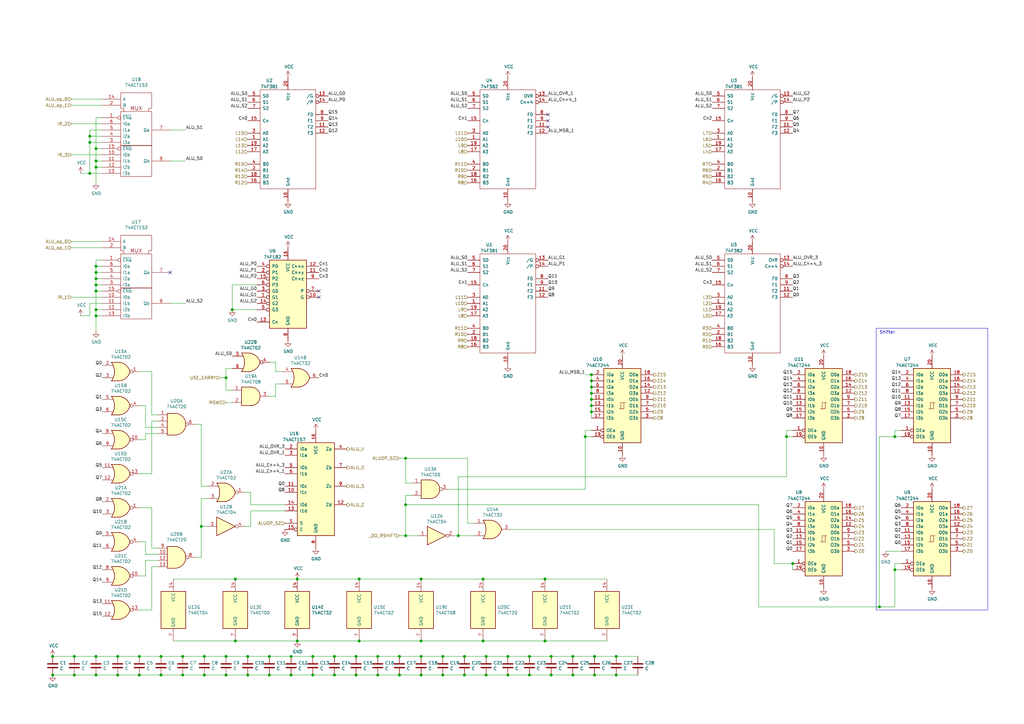
<source format=kicad_sch>
(kicad_sch (version 20200827) (generator eeschema)
  (page 3 7)
  (paper "A3")
  (junction (at 21.59 269.24) (diameter 1.016))
  (junction (at 21.59 276.86) (diameter 1.016))
  (junction (at 30.48 269.24) (diameter 1.016))
  (junction (at 30.48 276.86) (diameter 1.016))
  (junction (at 36.83 55.88) (diameter 1.016))
  (junction (at 36.83 58.42) (diameter 1.016))
  (junction (at 36.83 71.12) (diameter 1.016))
  (junction (at 39.37 60.96) (diameter 1.016))
  (junction (at 39.37 66.04) (diameter 1.016))
  (junction (at 39.37 68.58) (diameter 1.016))
  (junction (at 39.37 109.22) (diameter 1.016))
  (junction (at 39.37 111.76) (diameter 1.016))
  (junction (at 39.37 114.3) (diameter 1.016))
  (junction (at 39.37 116.84) (diameter 1.016))
  (junction (at 39.37 119.38) (diameter 1.016))
  (junction (at 39.37 127) (diameter 1.016))
  (junction (at 39.37 129.54) (diameter 1.016))
  (junction (at 39.37 269.24) (diameter 1.016))
  (junction (at 39.37 276.86) (diameter 1.016))
  (junction (at 48.26 269.24) (diameter 1.016))
  (junction (at 48.26 276.86) (diameter 1.016))
  (junction (at 57.15 269.24) (diameter 1.016))
  (junction (at 57.15 276.86) (diameter 1.016))
  (junction (at 66.04 269.24) (diameter 1.016))
  (junction (at 66.04 276.86) (diameter 1.016))
  (junction (at 74.93 269.24) (diameter 1.016))
  (junction (at 74.93 276.86) (diameter 1.016))
  (junction (at 82.55 215.9) (diameter 1.016))
  (junction (at 83.82 269.24) (diameter 1.016))
  (junction (at 83.82 276.86) (diameter 1.016))
  (junction (at 92.71 154.94) (diameter 1.016))
  (junction (at 92.71 269.24) (diameter 1.016))
  (junction (at 92.71 276.86) (diameter 1.016))
  (junction (at 95.25 127) (diameter 1.016))
  (junction (at 96.52 237.49) (diameter 1.016))
  (junction (at 96.52 262.89) (diameter 1.016))
  (junction (at 101.6 269.24) (diameter 1.016))
  (junction (at 101.6 276.86) (diameter 1.016))
  (junction (at 110.49 269.24) (diameter 1.016))
  (junction (at 110.49 276.86) (diameter 1.016))
  (junction (at 119.38 269.24) (diameter 1.016))
  (junction (at 119.38 276.86) (diameter 1.016))
  (junction (at 121.92 237.49) (diameter 1.016))
  (junction (at 121.92 262.89) (diameter 1.016))
  (junction (at 128.27 269.24) (diameter 1.016))
  (junction (at 128.27 276.86) (diameter 1.016))
  (junction (at 137.16 269.24) (diameter 1.016))
  (junction (at 137.16 276.86) (diameter 1.016))
  (junction (at 146.05 269.24) (diameter 1.016))
  (junction (at 146.05 276.86) (diameter 1.016))
  (junction (at 147.32 237.49) (diameter 1.016))
  (junction (at 147.32 262.89) (diameter 1.016))
  (junction (at 154.94 269.24) (diameter 1.016))
  (junction (at 154.94 276.86) (diameter 1.016))
  (junction (at 163.83 269.24) (diameter 1.016))
  (junction (at 163.83 276.86) (diameter 1.016))
  (junction (at 166.37 187.96) (diameter 1.016))
  (junction (at 166.37 207.01) (diameter 1.016))
  (junction (at 166.37 219.71) (diameter 1.016))
  (junction (at 172.72 237.49) (diameter 1.016))
  (junction (at 172.72 262.89) (diameter 1.016))
  (junction (at 172.72 269.24) (diameter 1.016))
  (junction (at 172.72 276.86) (diameter 1.016))
  (junction (at 181.61 269.24) (diameter 1.016))
  (junction (at 181.61 276.86) (diameter 1.016))
  (junction (at 187.96 219.71) (diameter 1.016))
  (junction (at 190.5 269.24) (diameter 1.016))
  (junction (at 190.5 276.86) (diameter 1.016))
  (junction (at 198.12 237.49) (diameter 1.016))
  (junction (at 198.12 262.89) (diameter 1.016))
  (junction (at 199.39 269.24) (diameter 1.016))
  (junction (at 199.39 276.86) (diameter 1.016))
  (junction (at 208.28 269.24) (diameter 1.016))
  (junction (at 208.28 276.86) (diameter 1.016))
  (junction (at 217.17 269.24) (diameter 1.016))
  (junction (at 217.17 276.86) (diameter 1.016))
  (junction (at 223.52 237.49) (diameter 1.016))
  (junction (at 223.52 262.89) (diameter 1.016))
  (junction (at 226.06 269.24) (diameter 1.016))
  (junction (at 226.06 276.86) (diameter 1.016))
  (junction (at 234.95 269.24) (diameter 1.016))
  (junction (at 234.95 276.86) (diameter 1.016))
  (junction (at 240.03 179.07) (diameter 1.016))
  (junction (at 242.57 153.67) (diameter 1.016))
  (junction (at 242.57 156.21) (diameter 1.016))
  (junction (at 242.57 158.75) (diameter 1.016))
  (junction (at 242.57 161.29) (diameter 1.016))
  (junction (at 242.57 163.83) (diameter 1.016))
  (junction (at 242.57 166.37) (diameter 1.016))
  (junction (at 242.57 168.91) (diameter 1.016))
  (junction (at 243.84 269.24) (diameter 1.016))
  (junction (at 243.84 276.86) (diameter 1.016))
  (junction (at 252.73 269.24) (diameter 1.016))
  (junction (at 252.73 276.86) (diameter 1.016))
  (junction (at 322.58 179.07) (diameter 1.016))
  (junction (at 325.12 231.14) (diameter 1.016))
  (junction (at 360.68 248.92) (diameter 1.016))
  (junction (at 367.03 179.07) (diameter 1.016))
  (junction (at 367.03 233.68) (diameter 1.016))
  (no_connect (at 69.85 111.76))
  (no_connect (at 224.79 46.99))
  (no_connect (at 224.79 52.07))
  (no_connect (at 130.81 119.38))
  (no_connect (at 224.79 49.53))
  (no_connect (at 130.81 121.92))
  (wire (pts (xy 21.59 269.24) (xy 30.48 269.24)))
  (wire (pts (xy 21.59 276.86) (xy 30.48 276.86)))
  (wire (pts (xy 29.21 40.64) (xy 41.91 40.64)))
  (wire (pts (xy 29.21 43.18) (xy 41.91 43.18)))
  (wire (pts (xy 29.21 50.8) (xy 41.91 50.8)))
  (wire (pts (xy 29.21 63.5) (xy 41.91 63.5)))
  (wire (pts (xy 29.21 99.06) (xy 41.91 99.06)))
  (wire (pts (xy 29.21 101.6) (xy 41.91 101.6)))
  (wire (pts (xy 30.48 269.24) (xy 39.37 269.24)))
  (wire (pts (xy 30.48 276.86) (xy 39.37 276.86)))
  (wire (pts (xy 36.83 53.34) (xy 36.83 55.88)))
  (wire (pts (xy 36.83 55.88) (xy 36.83 58.42)))
  (wire (pts (xy 36.83 55.88) (xy 41.91 55.88)))
  (wire (pts (xy 36.83 58.42) (xy 36.83 71.12)))
  (wire (pts (xy 36.83 58.42) (xy 41.91 58.42)))
  (wire (pts (xy 36.83 71.12) (xy 33.02 71.12)))
  (wire (pts (xy 36.83 71.12) (xy 41.91 71.12)))
  (wire (pts (xy 36.83 124.46) (xy 36.83 129.54)))
  (wire (pts (xy 36.83 129.54) (xy 33.02 129.54)))
  (wire (pts (xy 39.37 48.26) (xy 39.37 60.96)))
  (wire (pts (xy 39.37 60.96) (xy 39.37 66.04)))
  (wire (pts (xy 39.37 60.96) (xy 41.91 60.96)))
  (wire (pts (xy 39.37 66.04) (xy 39.37 68.58)))
  (wire (pts (xy 39.37 68.58) (xy 39.37 74.93)))
  (wire (pts (xy 39.37 106.68) (xy 39.37 109.22)))
  (wire (pts (xy 39.37 109.22) (xy 39.37 111.76)))
  (wire (pts (xy 39.37 111.76) (xy 39.37 114.3)))
  (wire (pts (xy 39.37 114.3) (xy 39.37 116.84)))
  (wire (pts (xy 39.37 116.84) (xy 39.37 119.38)))
  (wire (pts (xy 39.37 119.38) (xy 39.37 127)))
  (wire (pts (xy 39.37 119.38) (xy 41.91 119.38)))
  (wire (pts (xy 39.37 127) (xy 39.37 129.54)))
  (wire (pts (xy 39.37 127) (xy 41.91 127)))
  (wire (pts (xy 39.37 129.54) (xy 39.37 135.89)))
  (wire (pts (xy 39.37 129.54) (xy 41.91 129.54)))
  (wire (pts (xy 39.37 269.24) (xy 48.26 269.24)))
  (wire (pts (xy 39.37 276.86) (xy 48.26 276.86)))
  (wire (pts (xy 41.91 48.26) (xy 39.37 48.26)))
  (wire (pts (xy 41.91 53.34) (xy 36.83 53.34)))
  (wire (pts (xy 41.91 66.04) (xy 39.37 66.04)))
  (wire (pts (xy 41.91 68.58) (xy 39.37 68.58)))
  (wire (pts (xy 41.91 106.68) (xy 39.37 106.68)))
  (wire (pts (xy 41.91 109.22) (xy 39.37 109.22)))
  (wire (pts (xy 41.91 111.76) (xy 39.37 111.76)))
  (wire (pts (xy 41.91 114.3) (xy 39.37 114.3)))
  (wire (pts (xy 41.91 116.84) (xy 39.37 116.84)))
  (wire (pts (xy 41.91 121.92) (xy 29.21 121.92)))
  (wire (pts (xy 41.91 124.46) (xy 36.83 124.46)))
  (wire (pts (xy 48.26 269.24) (xy 57.15 269.24)))
  (wire (pts (xy 48.26 276.86) (xy 57.15 276.86)))
  (wire (pts (xy 57.15 152.4) (xy 62.23 152.4)))
  (wire (pts (xy 57.15 166.37) (xy 59.69 166.37)))
  (wire (pts (xy 57.15 180.34) (xy 59.69 180.34)))
  (wire (pts (xy 57.15 194.31) (xy 62.23 194.31)))
  (wire (pts (xy 57.15 208.28) (xy 62.23 208.28)))
  (wire (pts (xy 57.15 222.25) (xy 59.69 222.25)))
  (wire (pts (xy 57.15 236.22) (xy 59.69 236.22)))
  (wire (pts (xy 57.15 250.19) (xy 62.23 250.19)))
  (wire (pts (xy 57.15 269.24) (xy 66.04 269.24)))
  (wire (pts (xy 57.15 276.86) (xy 66.04 276.86)))
  (wire (pts (xy 59.69 166.37) (xy 59.69 175.26)))
  (wire (pts (xy 59.69 175.26) (xy 64.77 175.26)))
  (wire (pts (xy 59.69 177.8) (xy 64.77 177.8)))
  (wire (pts (xy 59.69 180.34) (xy 59.69 177.8)))
  (wire (pts (xy 59.69 222.25) (xy 59.69 227.33)))
  (wire (pts (xy 59.69 227.33) (xy 64.77 227.33)))
  (wire (pts (xy 59.69 229.87) (xy 64.77 229.87)))
  (wire (pts (xy 59.69 236.22) (xy 59.69 229.87)))
  (wire (pts (xy 62.23 152.4) (xy 62.23 170.18)))
  (wire (pts (xy 62.23 170.18) (xy 64.77 170.18)))
  (wire (pts (xy 62.23 172.72) (xy 64.77 172.72)))
  (wire (pts (xy 62.23 194.31) (xy 62.23 172.72)))
  (wire (pts (xy 62.23 208.28) (xy 62.23 224.79)))
  (wire (pts (xy 62.23 224.79) (xy 64.77 224.79)))
  (wire (pts (xy 62.23 232.41) (xy 64.77 232.41)))
  (wire (pts (xy 62.23 250.19) (xy 62.23 232.41)))
  (wire (pts (xy 66.04 269.24) (xy 74.93 269.24)))
  (wire (pts (xy 66.04 276.86) (xy 74.93 276.86)))
  (wire (pts (xy 69.85 53.34) (xy 76.2 53.34)))
  (wire (pts (xy 69.85 66.04) (xy 76.2 66.04)))
  (wire (pts (xy 69.85 124.46) (xy 76.2 124.46)))
  (wire (pts (xy 71.12 237.49) (xy 96.52 237.49)))
  (wire (pts (xy 71.12 262.89) (xy 96.52 262.89)))
  (wire (pts (xy 74.93 269.24) (xy 83.82 269.24)))
  (wire (pts (xy 74.93 276.86) (xy 83.82 276.86)))
  (wire (pts (xy 80.01 173.99) (xy 82.55 173.99)))
  (wire (pts (xy 80.01 228.6) (xy 82.55 228.6)))
  (wire (pts (xy 82.55 173.99) (xy 82.55 199.39)))
  (wire (pts (xy 82.55 199.39) (xy 85.09 199.39)))
  (wire (pts (xy 82.55 204.47) (xy 85.09 204.47)))
  (wire (pts (xy 82.55 215.9) (xy 82.55 204.47)))
  (wire (pts (xy 82.55 215.9) (xy 85.09 215.9)))
  (wire (pts (xy 82.55 228.6) (xy 82.55 215.9)))
  (wire (pts (xy 83.82 269.24) (xy 92.71 269.24)))
  (wire (pts (xy 83.82 276.86) (xy 92.71 276.86)))
  (wire (pts (xy 90.17 154.94) (xy 92.71 154.94)))
  (wire (pts (xy 92.71 151.13) (xy 95.25 151.13)))
  (wire (pts (xy 92.71 154.94) (xy 92.71 151.13)))
  (wire (pts (xy 92.71 154.94) (xy 92.71 160.02)))
  (wire (pts (xy 92.71 160.02) (xy 95.25 160.02)))
  (wire (pts (xy 92.71 165.1) (xy 95.25 165.1)))
  (wire (pts (xy 92.71 269.24) (xy 101.6 269.24)))
  (wire (pts (xy 92.71 276.86) (xy 101.6 276.86)))
  (wire (pts (xy 95.25 116.84) (xy 95.25 127)))
  (wire (pts (xy 96.52 237.49) (xy 121.92 237.49)))
  (wire (pts (xy 96.52 262.89) (xy 121.92 262.89)))
  (wire (pts (xy 100.33 201.93) (xy 102.87 201.93)))
  (wire (pts (xy 100.33 215.9) (xy 102.87 215.9)))
  (wire (pts (xy 101.6 269.24) (xy 110.49 269.24)))
  (wire (pts (xy 101.6 276.86) (xy 110.49 276.86)))
  (wire (pts (xy 102.87 201.93) (xy 102.87 207.01)))
  (wire (pts (xy 102.87 207.01) (xy 116.84 207.01)))
  (wire (pts (xy 102.87 209.55) (xy 116.84 209.55)))
  (wire (pts (xy 102.87 215.9) (xy 102.87 209.55)))
  (wire (pts (xy 105.41 116.84) (xy 95.25 116.84)))
  (wire (pts (xy 105.41 127) (xy 95.25 127)))
  (wire (pts (xy 110.49 148.59) (xy 113.03 148.59)))
  (wire (pts (xy 110.49 162.56) (xy 113.03 162.56)))
  (wire (pts (xy 110.49 269.24) (xy 119.38 269.24)))
  (wire (pts (xy 110.49 276.86) (xy 119.38 276.86)))
  (wire (pts (xy 113.03 148.59) (xy 113.03 152.4)))
  (wire (pts (xy 113.03 152.4) (xy 115.57 152.4)))
  (wire (pts (xy 113.03 157.48) (xy 115.57 157.48)))
  (wire (pts (xy 113.03 162.56) (xy 113.03 157.48)))
  (wire (pts (xy 119.38 269.24) (xy 128.27 269.24)))
  (wire (pts (xy 119.38 276.86) (xy 128.27 276.86)))
  (wire (pts (xy 121.92 237.49) (xy 147.32 237.49)))
  (wire (pts (xy 121.92 262.89) (xy 147.32 262.89)))
  (wire (pts (xy 128.27 269.24) (xy 137.16 269.24)))
  (wire (pts (xy 128.27 276.86) (xy 137.16 276.86)))
  (wire (pts (xy 137.16 269.24) (xy 146.05 269.24)))
  (wire (pts (xy 137.16 276.86) (xy 146.05 276.86)))
  (wire (pts (xy 146.05 269.24) (xy 154.94 269.24)))
  (wire (pts (xy 146.05 276.86) (xy 154.94 276.86)))
  (wire (pts (xy 147.32 237.49) (xy 172.72 237.49)))
  (wire (pts (xy 147.32 262.89) (xy 172.72 262.89)))
  (wire (pts (xy 154.94 269.24) (xy 163.83 269.24)))
  (wire (pts (xy 154.94 276.86) (xy 163.83 276.86)))
  (wire (pts (xy 163.83 187.96) (xy 166.37 187.96)))
  (wire (pts (xy 163.83 269.24) (xy 172.72 269.24)))
  (wire (pts (xy 163.83 276.86) (xy 172.72 276.86)))
  (wire (pts (xy 166.37 187.96) (xy 166.37 198.12)))
  (wire (pts (xy 166.37 187.96) (xy 191.77 187.96)))
  (wire (pts (xy 166.37 198.12) (xy 168.91 198.12)))
  (wire (pts (xy 166.37 203.2) (xy 168.91 203.2)))
  (wire (pts (xy 166.37 207.01) (xy 166.37 203.2)))
  (wire (pts (xy 166.37 207.01) (xy 311.15 207.01)))
  (wire (pts (xy 166.37 219.71) (xy 163.83 219.71)))
  (wire (pts (xy 166.37 219.71) (xy 166.37 207.01)))
  (wire (pts (xy 171.45 219.71) (xy 166.37 219.71)))
  (wire (pts (xy 172.72 237.49) (xy 198.12 237.49)))
  (wire (pts (xy 172.72 262.89) (xy 198.12 262.89)))
  (wire (pts (xy 172.72 269.24) (xy 181.61 269.24)))
  (wire (pts (xy 172.72 276.86) (xy 181.61 276.86)))
  (wire (pts (xy 181.61 269.24) (xy 190.5 269.24)))
  (wire (pts (xy 181.61 276.86) (xy 190.5 276.86)))
  (wire (pts (xy 184.15 200.66) (xy 240.03 200.66)))
  (wire (pts (xy 186.69 219.71) (xy 187.96 219.71)))
  (wire (pts (xy 187.96 195.58) (xy 187.96 219.71)))
  (wire (pts (xy 187.96 219.71) (xy 194.31 219.71)))
  (wire (pts (xy 190.5 269.24) (xy 199.39 269.24)))
  (wire (pts (xy 190.5 276.86) (xy 199.39 276.86)))
  (wire (pts (xy 191.77 187.96) (xy 191.77 214.63)))
  (wire (pts (xy 191.77 214.63) (xy 194.31 214.63)))
  (wire (pts (xy 198.12 237.49) (xy 223.52 237.49)))
  (wire (pts (xy 198.12 262.89) (xy 223.52 262.89)))
  (wire (pts (xy 199.39 269.24) (xy 208.28 269.24)))
  (wire (pts (xy 199.39 276.86) (xy 208.28 276.86)))
  (wire (pts (xy 208.28 269.24) (xy 217.17 269.24)))
  (wire (pts (xy 208.28 276.86) (xy 217.17 276.86)))
  (wire (pts (xy 209.55 217.17) (xy 317.5 217.17)))
  (wire (pts (xy 217.17 269.24) (xy 226.06 269.24)))
  (wire (pts (xy 217.17 276.86) (xy 226.06 276.86)))
  (wire (pts (xy 223.52 237.49) (xy 248.92 237.49)))
  (wire (pts (xy 223.52 262.89) (xy 248.92 262.89)))
  (wire (pts (xy 226.06 269.24) (xy 234.95 269.24)))
  (wire (pts (xy 226.06 276.86) (xy 234.95 276.86)))
  (wire (pts (xy 234.95 269.24) (xy 243.84 269.24)))
  (wire (pts (xy 234.95 276.86) (xy 243.84 276.86)))
  (wire (pts (xy 240.03 153.67) (xy 242.57 153.67)))
  (wire (pts (xy 240.03 176.53) (xy 242.57 176.53)))
  (wire (pts (xy 240.03 179.07) (xy 240.03 176.53)))
  (wire (pts (xy 240.03 200.66) (xy 240.03 179.07)))
  (wire (pts (xy 242.57 153.67) (xy 242.57 156.21)))
  (wire (pts (xy 242.57 156.21) (xy 242.57 158.75)))
  (wire (pts (xy 242.57 158.75) (xy 242.57 161.29)))
  (wire (pts (xy 242.57 161.29) (xy 242.57 163.83)))
  (wire (pts (xy 242.57 163.83) (xy 242.57 166.37)))
  (wire (pts (xy 242.57 166.37) (xy 242.57 168.91)))
  (wire (pts (xy 242.57 168.91) (xy 242.57 171.45)))
  (wire (pts (xy 242.57 179.07) (xy 240.03 179.07)))
  (wire (pts (xy 243.84 269.24) (xy 252.73 269.24)))
  (wire (pts (xy 243.84 276.86) (xy 252.73 276.86)))
  (wire (pts (xy 252.73 269.24) (xy 261.62 269.24)))
  (wire (pts (xy 252.73 276.86) (xy 261.62 276.86)))
  (wire (pts (xy 311.15 207.01) (xy 311.15 248.92)))
  (wire (pts (xy 317.5 217.17) (xy 317.5 231.14)))
  (wire (pts (xy 317.5 231.14) (xy 325.12 231.14)))
  (wire (pts (xy 322.58 176.53) (xy 322.58 179.07)))
  (wire (pts (xy 322.58 179.07) (xy 322.58 195.58)))
  (wire (pts (xy 322.58 179.07) (xy 325.12 179.07)))
  (wire (pts (xy 322.58 195.58) (xy 187.96 195.58)))
  (wire (pts (xy 325.12 176.53) (xy 322.58 176.53)))
  (wire (pts (xy 325.12 231.14) (xy 325.12 233.68)))
  (wire (pts (xy 360.68 179.07) (xy 367.03 179.07)))
  (wire (pts (xy 360.68 248.92) (xy 311.15 248.92)))
  (wire (pts (xy 360.68 248.92) (xy 360.68 179.07)))
  (wire (pts (xy 363.22 226.06) (xy 369.57 226.06)))
  (wire (pts (xy 367.03 176.53) (xy 369.57 176.53)))
  (wire (pts (xy 367.03 179.07) (xy 367.03 176.53)))
  (wire (pts (xy 367.03 179.07) (xy 369.57 179.07)))
  (wire (pts (xy 367.03 231.14) (xy 369.57 231.14)))
  (wire (pts (xy 367.03 233.68) (xy 367.03 231.14)))
  (wire (pts (xy 367.03 233.68) (xy 367.03 248.92)))
  (wire (pts (xy 367.03 248.92) (xy 360.68 248.92)))
  (wire (pts (xy 369.57 233.68) (xy 367.03 233.68)))
  (polyline (pts (xy 359.41 134.62) (xy 405.13 134.62)) (stroke (width 0) (type solid)))
  (polyline (pts (xy 359.41 250.19) (xy 359.41 134.62)) (stroke (width 0) (type solid)))
  (polyline (pts (xy 405.13 134.62) (xy 405.13 250.19)) (stroke (width 0) (type solid)))
  (polyline (pts (xy 405.13 250.19) (xy 359.41 250.19)) (stroke (width 0) (type solid)))
  (text "Shifter" (at 360.68 137.16 0) (effects (font (size 1.27 1.27)) (justify left bottom)))
  (label "Q0" (at 41.91 149.86 180))
  (label "Q2" (at 41.91 154.94 180))
  (label "Q1" (at 41.91 163.83 180))
  (label "Q3" (at 41.91 168.91 180))
  (label "Q4" (at 41.91 177.8 180))
  (label "Q6" (at 41.91 182.88 180))
  (label "Q5" (at 41.91 191.77 180))
  (label "Q7" (at 41.91 196.85 180))
  (label "Q8" (at 41.91 205.74 180))
  (label "Q10" (at 41.91 210.82 180))
  (label "Q9" (at 41.91 219.71 180))
  (label "Q11" (at 41.91 224.79 180))
  (label "Q12" (at 41.91 233.68 180))
  (label "Q14" (at 41.91 238.76 180))
  (label "Q13" (at 41.91 247.65 180))
  (label "Q15" (at 41.91 252.73 180))
  (label "ALU_S1" (at 76.2 53.34 0))
  (label "ALU_S0" (at 76.2 66.04 0))
  (label "ALU_S2" (at 76.2 124.46 0))
  (label "ALU_S0" (at 95.25 146.05 180))
  (label "ALU_S0" (at 101.6 39.37 180))
  (label "ALU_S1" (at 101.6 41.91 180))
  (label "ALU_S2" (at 101.6 44.45 180))
  (label "Cn0" (at 101.6 49.53 180))
  (label "ALU_P0" (at 105.41 109.22 180))
  (label "ALU_P1" (at 105.41 111.76 180))
  (label "ALU_P2" (at 105.41 114.3 180))
  (label "ALU_G0" (at 105.41 119.38 180))
  (label "ALU_G1" (at 105.41 121.92 180))
  (label "ALU_G2" (at 105.41 124.46 180))
  (label "Cn0" (at 105.41 132.08 180))
  (label "ALU_OVR_3" (at 116.84 184.15 180))
  (label "ALU_OVR_1" (at 116.84 186.69 180))
  (label "ALU_Cn+4_3" (at 116.84 191.77 180))
  (label "ALU_Cn+4_1" (at 116.84 194.31 180))
  (label "Q0" (at 116.84 199.39 180))
  (label "Q8" (at 116.84 201.93 180))
  (label "Cn1" (at 130.81 109.22 0))
  (label "Cn2" (at 130.81 111.76 0))
  (label "Cn3" (at 130.81 114.3 0))
  (label "Cn0" (at 130.81 154.94 0))
  (label "ALU_G0" (at 134.62 39.37 0))
  (label "ALU_P0" (at 134.62 41.91 0))
  (label "Q15" (at 134.62 46.99 0))
  (label "Q14" (at 134.62 49.53 0))
  (label "Q13" (at 134.62 52.07 0))
  (label "Q12" (at 134.62 54.61 0))
  (label "ALU_S0" (at 191.77 39.37 180))
  (label "ALU_S1" (at 191.77 41.91 180))
  (label "ALU_S2" (at 191.77 44.45 180))
  (label "Cn1" (at 191.77 49.53 180))
  (label "ALU_S0" (at 191.77 106.68 180))
  (label "ALU_S1" (at 191.77 109.22 180))
  (label "ALU_S2" (at 191.77 111.76 180))
  (label "Cn1" (at 191.77 116.84 180))
  (label "ALU_OVR_1" (at 224.79 39.37 0))
  (label "ALU_Cn+4_1" (at 224.79 41.91 0))
  (label "ALU_MSB_1" (at 224.79 54.61 0))
  (label "ALU_G1" (at 224.79 106.68 0))
  (label "ALU_P1" (at 224.79 109.22 0))
  (label "Q11" (at 224.79 114.3 0))
  (label "Q10" (at 224.79 116.84 0))
  (label "Q9" (at 224.79 119.38 0))
  (label "Q8" (at 224.79 121.92 0))
  (label "ALU_MSB_1" (at 240.03 153.67 180))
  (label "ALU_S0" (at 292.1 39.37 180))
  (label "ALU_S1" (at 292.1 41.91 180))
  (label "ALU_S2" (at 292.1 44.45 180))
  (label "Cn2" (at 292.1 49.53 180))
  (label "ALU_S0" (at 292.1 106.68 180))
  (label "ALU_S1" (at 292.1 109.22 180))
  (label "ALU_S2" (at 292.1 111.76 180))
  (label "Cn3" (at 292.1 116.84 180))
  (label "ALU_G2" (at 325.12 39.37 0))
  (label "ALU_P2" (at 325.12 41.91 0))
  (label "Q7" (at 325.12 46.99 0))
  (label "Q6" (at 325.12 49.53 0))
  (label "Q5" (at 325.12 52.07 0))
  (label "Q4" (at 325.12 54.61 0))
  (label "ALU_OVR_3" (at 325.12 106.68 0))
  (label "ALU_Cn+4_3" (at 325.12 109.22 0))
  (label "Q3" (at 325.12 114.3 0))
  (label "Q2" (at 325.12 116.84 0))
  (label "Q1" (at 325.12 119.38 0))
  (label "Q0" (at 325.12 121.92 0))
  (label "Q15" (at 325.12 153.67 180))
  (label "Q14" (at 325.12 156.21 180))
  (label "Q13" (at 325.12 158.75 180))
  (label "Q12" (at 325.12 161.29 180))
  (label "Q11" (at 325.12 163.83 180))
  (label "Q10" (at 325.12 166.37 180))
  (label "Q9" (at 325.12 168.91 180))
  (label "Q8" (at 325.12 171.45 180))
  (label "Q7" (at 325.12 208.28 180))
  (label "Q6" (at 325.12 210.82 180))
  (label "Q5" (at 325.12 213.36 180))
  (label "Q4" (at 325.12 215.9 180))
  (label "Q3" (at 325.12 218.44 180))
  (label "Q2" (at 325.12 220.98 180))
  (label "Q1" (at 325.12 223.52 180))
  (label "Q0" (at 325.12 226.06 180))
  (label "Q14" (at 369.57 153.67 180))
  (label "Q13" (at 369.57 156.21 180))
  (label "Q12" (at 369.57 158.75 180))
  (label "Q11" (at 369.57 161.29 180))
  (label "Q10" (at 369.57 163.83 180))
  (label "Q9" (at 369.57 166.37 180))
  (label "Q8" (at 369.57 168.91 180))
  (label "Q7" (at 369.57 171.45 180))
  (label "Q6" (at 369.57 208.28 180))
  (label "Q5" (at 369.57 210.82 180))
  (label "Q4" (at 369.57 213.36 180))
  (label "Q3" (at 369.57 215.9 180))
  (label "Q2" (at 369.57 218.44 180))
  (label "Q1" (at 369.57 220.98 180))
  (label "Q0" (at 369.57 223.52 180))
  (hierarchical_label "ALU_op_0" (shape input) (at 29.21 40.64 180))
  (hierarchical_label "ALU_op_1" (shape input) (at 29.21 43.18 180))
  (hierarchical_label "IR_2" (shape input) (at 29.21 50.8 180))
  (hierarchical_label "IR_3" (shape input) (at 29.21 63.5 180))
  (hierarchical_label "ALU_op_0" (shape input) (at 29.21 99.06 180))
  (hierarchical_label "ALU_op_1" (shape input) (at 29.21 101.6 180))
  (hierarchical_label "IR_1" (shape input) (at 29.21 121.92 180))
  (hierarchical_label "USE_CARRY" (shape input) (at 90.17 154.94 180))
  (hierarchical_label "MSWC" (shape input) (at 92.71 165.1 180))
  (hierarchical_label "L15" (shape input) (at 101.6 54.61 180))
  (hierarchical_label "L14" (shape input) (at 101.6 57.15 180))
  (hierarchical_label "L13" (shape input) (at 101.6 59.69 180))
  (hierarchical_label "L12" (shape input) (at 101.6 62.23 180))
  (hierarchical_label "R15" (shape input) (at 101.6 67.31 180))
  (hierarchical_label "R14" (shape input) (at 101.6 69.85 180))
  (hierarchical_label "R13" (shape input) (at 101.6 72.39 180))
  (hierarchical_label "R12" (shape input) (at 101.6 74.93 180))
  (hierarchical_label "ALUOP_SZ" (shape input) (at 116.84 214.63 180))
  (hierarchical_label "ALU_V" (shape output) (at 142.24 184.15 0))
  (hierarchical_label "ALU_C" (shape output) (at 142.24 191.77 0))
  (hierarchical_label "ALU_S" (shape output) (at 142.24 199.39 0))
  (hierarchical_label "ALU_Z" (shape output) (at 142.24 207.01 0))
  (hierarchical_label "ALUOP_SZ" (shape input) (at 163.83 187.96 180))
  (hierarchical_label "_DO_RSHIFT" (shape input) (at 163.83 219.71 180))
  (hierarchical_label "L11" (shape input) (at 191.77 54.61 180))
  (hierarchical_label "L10" (shape input) (at 191.77 57.15 180))
  (hierarchical_label "L9" (shape input) (at 191.77 59.69 180))
  (hierarchical_label "L8" (shape input) (at 191.77 62.23 180))
  (hierarchical_label "R11" (shape input) (at 191.77 67.31 180))
  (hierarchical_label "R10" (shape input) (at 191.77 69.85 180))
  (hierarchical_label "R9" (shape input) (at 191.77 72.39 180))
  (hierarchical_label "R8" (shape input) (at 191.77 74.93 180))
  (hierarchical_label "L11" (shape input) (at 191.77 121.92 180))
  (hierarchical_label "L10" (shape input) (at 191.77 124.46 180))
  (hierarchical_label "L9" (shape input) (at 191.77 127 180))
  (hierarchical_label "L8" (shape input) (at 191.77 129.54 180))
  (hierarchical_label "R11" (shape input) (at 191.77 134.62 180))
  (hierarchical_label "R10" (shape input) (at 191.77 137.16 180))
  (hierarchical_label "R9" (shape input) (at 191.77 139.7 180))
  (hierarchical_label "R8" (shape input) (at 191.77 142.24 180))
  (hierarchical_label "Z15" (shape output) (at 267.97 153.67 0))
  (hierarchical_label "Z14" (shape output) (at 267.97 156.21 0))
  (hierarchical_label "Z13" (shape output) (at 267.97 158.75 0))
  (hierarchical_label "Z12" (shape output) (at 267.97 161.29 0))
  (hierarchical_label "Z11" (shape output) (at 267.97 163.83 0))
  (hierarchical_label "Z10" (shape output) (at 267.97 166.37 0))
  (hierarchical_label "Z9" (shape output) (at 267.97 168.91 0))
  (hierarchical_label "Z8" (shape output) (at 267.97 171.45 0))
  (hierarchical_label "L7" (shape input) (at 292.1 54.61 180))
  (hierarchical_label "L6" (shape input) (at 292.1 57.15 180))
  (hierarchical_label "L5" (shape input) (at 292.1 59.69 180))
  (hierarchical_label "L4" (shape input) (at 292.1 62.23 180))
  (hierarchical_label "R7" (shape input) (at 292.1 67.31 180))
  (hierarchical_label "R6" (shape input) (at 292.1 69.85 180))
  (hierarchical_label "R5" (shape input) (at 292.1 72.39 180))
  (hierarchical_label "R4" (shape input) (at 292.1 74.93 180))
  (hierarchical_label "L3" (shape input) (at 292.1 121.92 180))
  (hierarchical_label "L2" (shape input) (at 292.1 124.46 180))
  (hierarchical_label "L1" (shape input) (at 292.1 127 180))
  (hierarchical_label "L0" (shape input) (at 292.1 129.54 180))
  (hierarchical_label "R3" (shape input) (at 292.1 134.62 180))
  (hierarchical_label "R2" (shape input) (at 292.1 137.16 180))
  (hierarchical_label "R1" (shape input) (at 292.1 139.7 180))
  (hierarchical_label "R0" (shape input) (at 292.1 142.24 180))
  (hierarchical_label "Z15" (shape output) (at 350.52 153.67 0))
  (hierarchical_label "Z14" (shape output) (at 350.52 156.21 0))
  (hierarchical_label "Z13" (shape output) (at 350.52 158.75 0))
  (hierarchical_label "Z12" (shape output) (at 350.52 161.29 0))
  (hierarchical_label "Z11" (shape output) (at 350.52 163.83 0))
  (hierarchical_label "Z10" (shape output) (at 350.52 166.37 0))
  (hierarchical_label "Z9" (shape output) (at 350.52 168.91 0))
  (hierarchical_label "Z8" (shape output) (at 350.52 171.45 0))
  (hierarchical_label "Z7" (shape output) (at 350.52 208.28 0))
  (hierarchical_label "Z6" (shape output) (at 350.52 210.82 0))
  (hierarchical_label "Z5" (shape output) (at 350.52 213.36 0))
  (hierarchical_label "Z4" (shape output) (at 350.52 215.9 0))
  (hierarchical_label "Z3" (shape output) (at 350.52 218.44 0))
  (hierarchical_label "Z2" (shape output) (at 350.52 220.98 0))
  (hierarchical_label "Z1" (shape output) (at 350.52 223.52 0))
  (hierarchical_label "Z0" (shape output) (at 350.52 226.06 0))
  (hierarchical_label "Z15" (shape output) (at 394.97 153.67 0))
  (hierarchical_label "Z14" (shape output) (at 394.97 156.21 0))
  (hierarchical_label "Z13" (shape output) (at 394.97 158.75 0))
  (hierarchical_label "Z12" (shape output) (at 394.97 161.29 0))
  (hierarchical_label "Z11" (shape output) (at 394.97 163.83 0))
  (hierarchical_label "Z10" (shape output) (at 394.97 166.37 0))
  (hierarchical_label "Z9" (shape output) (at 394.97 168.91 0))
  (hierarchical_label "Z8" (shape output) (at 394.97 171.45 0))
  (hierarchical_label "Z7" (shape output) (at 394.97 208.28 0))
  (hierarchical_label "Z6" (shape output) (at 394.97 210.82 0))
  (hierarchical_label "Z5" (shape output) (at 394.97 213.36 0))
  (hierarchical_label "Z4" (shape output) (at 394.97 215.9 0))
  (hierarchical_label "Z3" (shape output) (at 394.97 218.44 0))
  (hierarchical_label "Z2" (shape output) (at 394.97 220.98 0))
  (hierarchical_label "Z1" (shape output) (at 394.97 223.52 0))
  (hierarchical_label "Z0" (shape output) (at 394.97 226.06 0))
  (symbol (lib_id "power:VCC") (at 21.59 269.24 0) (unit 1)
    (property "Reference" "#PWR0125" (effects hide))
    (property "Value" "VCC" (at 22.0218 264.8458 0))
  )
  (symbol (lib_id "power:VCC") (at 33.02 71.12 0) (unit 1)
    (property "Reference" "#PWR0102" (effects hide))
    (property "Value" "VCC" (at 33.4518 66.7258 0))
  )
  (symbol (lib_id "power:VCC") (at 33.02 129.54 0) (unit 1)
    (property "Reference" "#PWR0104" (effects hide))
    (property "Value" "VCC" (at 33.4518 125.1458 0))
  )
  (symbol (lib_id "power:VCC") (at 118.11 31.75 0) (unit 1)
    (property "Reference" "#PWR0105" (effects hide))
    (property "Value" "VCC" (at 118.5418 27.3558 0))
  )
  (symbol (lib_id "power:VCC") (at 118.11 101.6 0) (unit 1)
    (property "Reference" "#PWR0127" (effects hide))
    (property "Value" "VCC" (at 118.5418 97.2058 0))
  )
  (symbol (lib_id "power:VCC") (at 121.92 237.49 0) (unit 1)
    (property "Reference" "#PWR0135" (effects hide))
    (property "Value" "VCC" (at 122.3518 233.0958 0))
  )
  (symbol (lib_id "power:VCC") (at 129.54 176.53 0) (unit 1)
    (property "Reference" "#PWR0132" (effects hide))
    (property "Value" "VCC" (at 129.9718 172.1358 0))
  )
  (symbol (lib_id "power:VCC") (at 208.28 31.75 0) (unit 1)
    (property "Reference" "#PWR0111" (effects hide))
    (property "Value" "VCC" (at 208.7118 27.3558 0))
  )
  (symbol (lib_id "power:VCC") (at 208.28 99.06 0) (unit 1)
    (property "Reference" "#PWR0113" (effects hide))
    (property "Value" "VCC" (at 208.7118 94.6658 0))
  )
  (symbol (lib_id "power:VCC") (at 255.27 146.05 0) (unit 1)
    (property "Reference" "#PWR0137" (effects hide))
    (property "Value" "VCC" (at 255.7018 141.6558 0))
  )
  (symbol (lib_id "power:VCC") (at 308.61 31.75 0) (unit 1)
    (property "Reference" "#PWR0117" (effects hide))
    (property "Value" "VCC" (at 309.0418 27.3558 0))
  )
  (symbol (lib_id "power:VCC") (at 308.61 99.06 0) (unit 1)
    (property "Reference" "#PWR0123" (effects hide))
    (property "Value" "VCC" (at 309.0418 94.6658 0))
  )
  (symbol (lib_id "power:VCC") (at 337.82 146.05 0) (unit 1)
    (property "Reference" "#PWR0139" (effects hide))
    (property "Value" "VCC" (at 338.2518 141.6558 0))
  )
  (symbol (lib_id "power:VCC") (at 337.82 200.66 0) (unit 1)
    (property "Reference" "#PWR0141" (effects hide))
    (property "Value" "VCC" (at 338.2518 196.2658 0))
  )
  (symbol (lib_id "power:VCC") (at 382.27 146.05 0) (unit 1)
    (property "Reference" "#PWR0144" (effects hide))
    (property "Value" "VCC" (at 382.7018 141.6558 0))
  )
  (symbol (lib_id "power:VCC") (at 382.27 200.66 0) (unit 1)
    (property "Reference" "#PWR0146" (effects hide))
    (property "Value" "VCC" (at 382.7018 196.2658 0))
  )
  (symbol (lib_id "power:GND") (at 21.59 276.86 0) (unit 1)
    (property "Reference" "#PWR0126" (effects hide))
    (property "Value" "GND" (at 21.717 281.2542 0))
  )
  (symbol (lib_id "power:GND") (at 39.37 74.93 0) (unit 1)
    (property "Reference" "#PWR0101" (effects hide))
    (property "Value" "GND" (at 39.497 79.3242 0))
  )
  (symbol (lib_id "power:GND") (at 39.37 135.89 0) (unit 1)
    (property "Reference" "#PWR0103" (effects hide))
    (property "Value" "GND" (at 39.497 140.2842 0))
  )
  (symbol (lib_id "power:GND") (at 95.25 127 0) (unit 1)
    (property "Reference" "#PWR0131" (effects hide))
    (property "Value" "GND" (at 95.377 131.3942 0))
  )
  (symbol (lib_id "power:GND") (at 116.84 217.17 0) (unit 1)
    (property "Reference" "#PWR0134" (effects hide))
    (property "Value" "GND" (at 116.967 221.5642 0))
  )
  (symbol (lib_id "power:GND") (at 118.11 82.55 0) (unit 1)
    (property "Reference" "#PWR0106" (effects hide))
    (property "Value" "GND" (at 118.237 86.9442 0))
  )
  (symbol (lib_id "power:GND") (at 118.11 139.7 0) (unit 1)
    (property "Reference" "#PWR0128" (effects hide))
    (property "Value" "GND" (at 118.237 144.0942 0))
  )
  (symbol (lib_id "power:GND") (at 121.92 262.89 0) (unit 1)
    (property "Reference" "#PWR0136" (effects hide))
    (property "Value" "GND" (at 122.047 267.2842 0))
  )
  (symbol (lib_id "power:GND") (at 129.54 224.79 0) (unit 1)
    (property "Reference" "#PWR0133" (effects hide))
    (property "Value" "GND" (at 129.667 229.1842 0))
  )
  (symbol (lib_id "power:GND") (at 208.28 82.55 0) (unit 1)
    (property "Reference" "#PWR0112" (effects hide))
    (property "Value" "GND" (at 208.407 86.9442 0))
  )
  (symbol (lib_id "power:GND") (at 208.28 149.86 0) (unit 1)
    (property "Reference" "#PWR0114" (effects hide))
    (property "Value" "GND" (at 208.407 154.2542 0))
  )
  (symbol (lib_id "power:GND") (at 255.27 186.69 0) (unit 1)
    (property "Reference" "#PWR0138" (effects hide))
    (property "Value" "GND" (at 255.397 191.0842 0))
  )
  (symbol (lib_id "power:GND") (at 308.61 82.55 0) (unit 1)
    (property "Reference" "#PWR0118" (effects hide))
    (property "Value" "GND" (at 308.737 86.9442 0))
  )
  (symbol (lib_id "power:GND") (at 308.61 149.86 0) (unit 1)
    (property "Reference" "#PWR0124" (effects hide))
    (property "Value" "GND" (at 308.737 154.2542 0))
  )
  (symbol (lib_id "power:GND") (at 337.82 186.69 0) (unit 1)
    (property "Reference" "#PWR0140" (effects hide))
    (property "Value" "GND" (at 337.947 191.0842 0))
  )
  (symbol (lib_id "power:GND") (at 337.82 241.3 0) (unit 1)
    (property "Reference" "#PWR0142" (effects hide))
    (property "Value" "GND" (at 337.947 245.6942 0))
  )
  (symbol (lib_id "power:GND") (at 363.22 226.06 0) (unit 1)
    (property "Reference" "#PWR0143" (effects hide))
    (property "Value" "GND" (at 363.347 230.4542 0))
  )
  (symbol (lib_id "power:GND") (at 382.27 186.69 0) (unit 1)
    (property "Reference" "#PWR0145" (effects hide))
    (property "Value" "GND" (at 382.397 191.0842 0))
  )
  (symbol (lib_id "power:GND") (at 382.27 241.3 0) (unit 1)
    (property "Reference" "#PWR0147" (effects hide))
    (property "Value" "GND" (at 382.397 245.6942 0))
  )
  (symbol (lib_id "Device:C") (at 21.59 273.05 0) (unit 1)
    (property "Reference" "C1" (at 24.511 271.8816 0) (effects (justify left)))
    (property "Value" "C" (at 24.511 274.193 0) (effects (justify left)))
    (property "Footprint" "Capacitor_SMD:C_1206_3216Metric" (effects hide))
  )
  (symbol (lib_id "Device:C") (at 30.48 273.05 0) (unit 1)
    (property "Reference" "C2" (at 33.401 271.8816 0) (effects (justify left)))
    (property "Value" "C" (at 33.401 274.193 0) (effects (justify left)))
    (property "Footprint" "Capacitor_SMD:C_1206_3216Metric" (effects hide))
  )
  (symbol (lib_id "Device:C") (at 39.37 273.05 0) (unit 1)
    (property "Reference" "C3" (at 42.291 271.8816 0) (effects (justify left)))
    (property "Value" "C" (at 42.291 274.193 0) (effects (justify left)))
    (property "Footprint" "Capacitor_SMD:C_1206_3216Metric" (effects hide))
  )
  (symbol (lib_id "Device:C") (at 48.26 273.05 0) (unit 1)
    (property "Reference" "C4" (at 51.181 271.8816 0) (effects (justify left)))
    (property "Value" "C" (at 51.181 274.193 0) (effects (justify left)))
    (property "Footprint" "Capacitor_SMD:C_1206_3216Metric" (effects hide))
  )
  (symbol (lib_id "Device:C") (at 57.15 273.05 0) (unit 1)
    (property "Reference" "C5" (at 60.071 271.8816 0) (effects (justify left)))
    (property "Value" "C" (at 60.071 274.193 0) (effects (justify left)))
    (property "Footprint" "Capacitor_SMD:C_1206_3216Metric" (effects hide))
  )
  (symbol (lib_id "Device:C") (at 66.04 273.05 0) (unit 1)
    (property "Reference" "C6" (at 68.961 271.8816 0) (effects (justify left)))
    (property "Value" "C" (at 68.961 274.193 0) (effects (justify left)))
    (property "Footprint" "Capacitor_SMD:C_1206_3216Metric" (effects hide))
  )
  (symbol (lib_id "Device:C") (at 74.93 273.05 0) (unit 1)
    (property "Reference" "C7" (at 77.851 271.8816 0) (effects (justify left)))
    (property "Value" "C" (at 77.851 274.193 0) (effects (justify left)))
    (property "Footprint" "Capacitor_SMD:C_1206_3216Metric" (effects hide))
  )
  (symbol (lib_id "Device:C") (at 83.82 273.05 0) (unit 1)
    (property "Reference" "C8" (at 86.741 271.8816 0) (effects (justify left)))
    (property "Value" "C" (at 86.741 274.193 0) (effects (justify left)))
    (property "Footprint" "Capacitor_SMD:C_1206_3216Metric" (effects hide))
  )
  (symbol (lib_id "Device:C") (at 92.71 273.05 0) (unit 1)
    (property "Reference" "C9" (at 95.631 271.8816 0) (effects (justify left)))
    (property "Value" "C" (at 95.631 274.193 0) (effects (justify left)))
    (property "Footprint" "Capacitor_SMD:C_1206_3216Metric" (effects hide))
  )
  (symbol (lib_id "Device:C") (at 101.6 273.05 0) (unit 1)
    (property "Reference" "C10" (at 104.521 271.8816 0) (effects (justify left)))
    (property "Value" "C" (at 104.521 274.193 0) (effects (justify left)))
    (property "Footprint" "Capacitor_SMD:C_1206_3216Metric" (effects hide))
  )
  (symbol (lib_id "Device:C") (at 110.49 273.05 0) (unit 1)
    (property "Reference" "C11" (at 113.411 271.8816 0) (effects (justify left)))
    (property "Value" "C" (at 113.411 274.193 0) (effects (justify left)))
    (property "Footprint" "Capacitor_SMD:C_1206_3216Metric" (effects hide))
  )
  (symbol (lib_id "Device:C") (at 119.38 273.05 0) (unit 1)
    (property "Reference" "C12" (at 122.301 271.8816 0) (effects (justify left)))
    (property "Value" "C" (at 122.301 274.193 0) (effects (justify left)))
    (property "Footprint" "Capacitor_SMD:C_1206_3216Metric" (effects hide))
  )
  (symbol (lib_id "Device:C") (at 128.27 273.05 0) (unit 1)
    (property "Reference" "C13" (at 131.191 271.8816 0) (effects (justify left)))
    (property "Value" "C" (at 131.191 274.193 0) (effects (justify left)))
    (property "Footprint" "Capacitor_SMD:C_1206_3216Metric" (effects hide))
  )
  (symbol (lib_id "Device:C") (at 137.16 273.05 0) (unit 1)
    (property "Reference" "C14" (at 140.081 271.8816 0) (effects (justify left)))
    (property "Value" "C" (at 140.081 274.193 0) (effects (justify left)))
    (property "Footprint" "Capacitor_SMD:C_1206_3216Metric" (effects hide))
  )
  (symbol (lib_id "Device:C") (at 146.05 273.05 0) (unit 1)
    (property "Reference" "C15" (at 148.971 271.8816 0) (effects (justify left)))
    (property "Value" "C" (at 148.971 274.193 0) (effects (justify left)))
    (property "Footprint" "Capacitor_SMD:C_1206_3216Metric" (effects hide))
  )
  (symbol (lib_id "Device:C") (at 154.94 273.05 0) (unit 1)
    (property "Reference" "C16" (at 157.861 271.8816 0) (effects (justify left)))
    (property "Value" "C" (at 157.861 274.193 0) (effects (justify left)))
    (property "Footprint" "Capacitor_SMD:C_1206_3216Metric" (effects hide))
  )
  (symbol (lib_id "Device:C") (at 163.83 273.05 0) (unit 1)
    (property "Reference" "C17" (at 166.751 271.8816 0) (effects (justify left)))
    (property "Value" "C" (at 166.751 274.193 0) (effects (justify left)))
    (property "Footprint" "Capacitor_SMD:C_1206_3216Metric" (effects hide))
  )
  (symbol (lib_id "Device:C") (at 172.72 273.05 0) (unit 1)
    (property "Reference" "C18" (at 175.641 271.8816 0) (effects (justify left)))
    (property "Value" "C" (at 175.641 274.193 0) (effects (justify left)))
    (property "Footprint" "Capacitor_SMD:C_1206_3216Metric" (effects hide))
  )
  (symbol (lib_id "Device:C") (at 181.61 273.05 0) (unit 1)
    (property "Reference" "C19" (at 184.531 271.8816 0) (effects (justify left)))
    (property "Value" "C" (at 184.531 274.193 0) (effects (justify left)))
    (property "Footprint" "Capacitor_SMD:C_1206_3216Metric" (effects hide))
  )
  (symbol (lib_id "Device:C") (at 190.5 273.05 0) (unit 1)
    (property "Reference" "C20" (at 193.421 271.8816 0) (effects (justify left)))
    (property "Value" "C" (at 193.421 274.193 0) (effects (justify left)))
    (property "Footprint" "Capacitor_SMD:C_1206_3216Metric" (effects hide))
  )
  (symbol (lib_id "Device:C") (at 199.39 273.05 0) (unit 1)
    (property "Reference" "C21" (at 202.311 271.8816 0) (effects (justify left)))
    (property "Value" "C" (at 202.311 274.193 0) (effects (justify left)))
    (property "Footprint" "Capacitor_SMD:C_1206_3216Metric" (effects hide))
  )
  (symbol (lib_id "Device:C") (at 208.28 273.05 0) (unit 1)
    (property "Reference" "C22" (at 211.201 271.8816 0) (effects (justify left)))
    (property "Value" "C" (at 211.201 274.193 0) (effects (justify left)))
    (property "Footprint" "Capacitor_SMD:C_1206_3216Metric" (effects hide))
  )
  (symbol (lib_id "Device:C") (at 217.17 273.05 0) (unit 1)
    (property "Reference" "C23" (at 220.091 271.8816 0) (effects (justify left)))
    (property "Value" "C" (at 220.091 274.193 0) (effects (justify left)))
    (property "Footprint" "Capacitor_SMD:C_1206_3216Metric" (effects hide))
  )
  (symbol (lib_id "Device:C") (at 226.06 273.05 0) (unit 1)
    (property "Reference" "C24" (at 228.981 271.8816 0) (effects (justify left)))
    (property "Value" "C" (at 228.981 274.193 0) (effects (justify left)))
    (property "Footprint" "Capacitor_SMD:C_1206_3216Metric" (effects hide))
  )
  (symbol (lib_id "Device:C") (at 234.95 273.05 0) (unit 1)
    (property "Reference" "C25" (at 237.871 271.8816 0) (effects (justify left)))
    (property "Value" "C" (at 237.871 274.193 0) (effects (justify left)))
    (property "Footprint" "Capacitor_SMD:C_1206_3216Metric" (effects hide))
  )
  (symbol (lib_id "Device:C") (at 243.84 273.05 0) (unit 1)
    (property "Reference" "C26" (at 246.761 271.8816 0) (effects (justify left)))
    (property "Value" "C" (at 246.761 274.193 0) (effects (justify left)))
    (property "Footprint" "Capacitor_SMD:C_1206_3216Metric" (effects hide))
  )
  (symbol (lib_id "Device:C") (at 252.73 273.05 0) (unit 1)
    (property "Reference" "C27" (at 255.651 271.8816 0) (effects (justify left)))
    (property "Value" "C" (at 255.651 274.193 0) (effects (justify left)))
    (property "Footprint" "Capacitor_SMD:C_1206_3216Metric" (effects hide))
  )
  (symbol (lib_id "Device:C") (at 261.62 273.05 0) (unit 1)
    (property "Reference" "C28" (at 264.541 271.8816 0) (effects (justify left)))
    (property "Value" "C" (at 264.541 274.193 0) (effects (justify left)))
    (property "Footprint" "Capacitor_SMD:C_1206_3216Metric" (effects hide))
  )
  (symbol (lib_id "74xx:74LS04") (at 92.71 215.9 0) (unit 2)
    (property "Reference" "U12" (at 92.71 207.8482 0))
    (property "Value" "74ACT04" (at 92.71 210.1596 0))
    (property "Footprint" "Package_SO:SOIC-14_3.9x8.7mm_P1.27mm" (effects hide))
    (property "Datasheet" "http://www.ti.com/lit/gpn/sn74LS04" (effects hide))
  )
  (symbol (lib_id "74xx:74LS04") (at 179.07 219.71 0) (unit 1)
    (property "Reference" "U12" (at 179.07 211.6582 0))
    (property "Value" "74ACT04" (at 179.07 213.97 0))
    (property "Footprint" "Package_SO:SOIC-14_3.9x8.7mm_P1.27mm" (effects hide))
    (property "Datasheet" "http://www.ti.com/lit/gpn/sn74LS04" (effects hide))
  )
  (symbol (lib_id "74xx:74LS02") (at 49.53 152.4 0) (unit 1)
    (property "Reference" "U15" (at 49.53 144.145 0))
    (property "Value" "74ACT02" (at 49.53 146.456 0))
    (property "Footprint" "Package_SO:SOIC-14_3.9x8.7mm_P1.27mm" (effects hide))
    (property "Datasheet" "http://www.ti.com/lit/gpn/sn74ls02" (effects hide))
  )
  (symbol (lib_id "74xx:74LS02") (at 49.53 166.37 0) (unit 2)
    (property "Reference" "U15" (at 49.53 158.115 0))
    (property "Value" "74ACT02" (at 49.53 160.4264 0))
    (property "Footprint" "Package_SO:SOIC-14_3.9x8.7mm_P1.27mm" (effects hide))
    (property "Datasheet" "http://www.ti.com/lit/gpn/sn74ls02" (effects hide))
  )
  (symbol (lib_id "74xx:74LS02") (at 49.53 180.34 0) (unit 3)
    (property "Reference" "U15" (at 49.53 172.085 0))
    (property "Value" "74ACT02" (at 49.53 174.3964 0))
    (property "Footprint" "Package_SO:SOIC-14_3.9x8.7mm_P1.27mm" (effects hide))
    (property "Datasheet" "http://www.ti.com/lit/gpn/sn74ls02" (effects hide))
  )
  (symbol (lib_id "74xx:74LS02") (at 49.53 194.31 0) (unit 4)
    (property "Reference" "U15" (at 49.53 186.055 0))
    (property "Value" "74ACT02" (at 49.53 188.3664 0))
    (property "Footprint" "Package_SO:SOIC-14_3.9x8.7mm_P1.27mm" (effects hide))
    (property "Datasheet" "http://www.ti.com/lit/gpn/sn74ls02" (effects hide))
  )
  (symbol (lib_id "74xx:74LS02") (at 49.53 208.28 0) (unit 1)
    (property "Reference" "U21" (at 49.53 200.025 0))
    (property "Value" "74ACT02" (at 49.53 202.336 0))
    (property "Footprint" "Package_SO:SOIC-14_3.9x8.7mm_P1.27mm" (effects hide))
    (property "Datasheet" "http://www.ti.com/lit/gpn/sn74ls02" (effects hide))
  )
  (symbol (lib_id "74xx:74LS02") (at 49.53 222.25 0) (unit 2)
    (property "Reference" "U21" (at 49.53 213.995 0))
    (property "Value" "74ACT02" (at 49.53 216.3064 0))
    (property "Footprint" "Package_SO:SOIC-14_3.9x8.7mm_P1.27mm" (effects hide))
    (property "Datasheet" "http://www.ti.com/lit/gpn/sn74ls02" (effects hide))
  )
  (symbol (lib_id "74xx:74LS02") (at 49.53 236.22 0) (unit 3)
    (property "Reference" "U21" (at 49.53 227.965 0))
    (property "Value" "74ACT02" (at 49.53 230.2764 0))
    (property "Footprint" "Package_SO:SOIC-14_3.9x8.7mm_P1.27mm" (effects hide))
    (property "Datasheet" "http://www.ti.com/lit/gpn/sn74ls02" (effects hide))
  )
  (symbol (lib_id "74xx:74LS02") (at 49.53 250.19 0) (unit 4)
    (property "Reference" "U21" (at 49.53 241.935 0))
    (property "Value" "74ACT02" (at 49.53 244.2464 0))
    (property "Footprint" "Package_SO:SOIC-14_3.9x8.7mm_P1.27mm" (effects hide))
    (property "Datasheet" "http://www.ti.com/lit/gpn/sn74ls02" (effects hide))
  )
  (symbol (lib_id "74xx:74LS02") (at 92.71 201.93 0) (unit 1)
    (property "Reference" "U22" (at 92.71 193.675 0))
    (property "Value" "74ACT02" (at 92.71 195.986 0))
    (property "Footprint" "Package_SO:SOIC-14_3.9x8.7mm_P1.27mm" (effects hide))
    (property "Datasheet" "http://www.ti.com/lit/gpn/sn74ls02" (effects hide))
  )
  (symbol (lib_id "74xx:74LS02") (at 102.87 148.59 0) (unit 2)
    (property "Reference" "U22" (at 102.87 140.335 0))
    (property "Value" "74ACT02" (at 102.87 142.6464 0))
    (property "Footprint" "Package_SO:SOIC-14_3.9x8.7mm_P1.27mm" (effects hide))
    (property "Datasheet" "http://www.ti.com/lit/gpn/sn74ls02" (effects hide))
  )
  (symbol (lib_id "74xx:74LS08") (at 102.87 162.56 0) (unit 1)
    (property "Reference" "U19" (at 102.87 154.305 0))
    (property "Value" "74ACT08" (at 102.87 156.616 0))
    (property "Footprint" "Package_SO:SOIC-14_3.9x8.7mm_P1.27mm" (effects hide))
    (property "Datasheet" "http://www.ti.com/lit/gpn/sn74LS08" (effects hide))
  )
  (symbol (lib_id "74xx:74LS32") (at 123.19 154.94 0) (unit 2)
    (property "Reference" "U14" (at 123.19 146.685 0))
    (property "Value" "74ACT32" (at 123.19 148.9964 0))
    (property "Footprint" "Package_SO:SOIC-14_3.9x8.7mm_P1.27mm" (effects hide))
    (property "Datasheet" "http://www.ti.com/lit/gpn/sn74LS32" (effects hide))
  )
  (symbol (lib_id "74xx:74LS00") (at 176.53 200.66 0) (unit 1)
    (property "Reference" "U13" (at 176.53 192.405 0))
    (property "Value" "74ACT00" (at 176.53 194.716 0))
    (property "Footprint" "Package_SO:SOIC-14_3.9x8.7mm_P1.27mm" (effects hide))
    (property "Datasheet" "http://www.ti.com/lit/gpn/sn74ls00" (effects hide))
  )
  (symbol (lib_id "74xx:74LS32") (at 201.93 217.17 0) (unit 1)
    (property "Reference" "U14" (at 201.93 208.915 0))
    (property "Value" "74ACT32" (at 201.93 211.226 0))
    (property "Footprint" "Package_SO:SOIC-14_3.9x8.7mm_P1.27mm" (effects hide))
    (property "Datasheet" "http://www.ti.com/lit/gpn/sn74LS32" (effects hide))
  )
  (symbol (lib_id "74xx:74LS20") (at 72.39 173.99 0) (unit 1)
    (property "Reference" "U20" (at 72.39 164.465 0))
    (property "Value" "74ACT20" (at 72.39 166.7764 0))
    (property "Footprint" "Package_SO:SOIC-14_3.9x8.7mm_P1.27mm" (effects hide))
    (property "Datasheet" "http://www.ti.com/lit/gpn/sn74LS20" (effects hide))
  )
  (symbol (lib_id "74xx:74LS20") (at 72.39 228.6 0) (unit 2)
    (property "Reference" "U20" (at 72.39 219.075 0))
    (property "Value" "74ACT20" (at 72.39 221.386 0))
    (property "Footprint" "Package_SO:SOIC-14_3.9x8.7mm_P1.27mm" (effects hide))
    (property "Datasheet" "http://www.ti.com/lit/gpn/sn74LS20" (effects hide))
  )
  (symbol (lib_id "74xx:74LS04") (at 71.12 250.19 0) (unit 7)
    (property "Reference" "U12" (at 76.962 249.0216 0) (effects (justify left)))
    (property "Value" "74ACT04" (at 76.962 251.333 0) (effects (justify left)))
    (property "Footprint" "Package_SO:SOIC-14_3.9x8.7mm_P1.27mm" (effects hide))
    (property "Datasheet" "http://www.ti.com/lit/gpn/sn74LS04" (effects hide))
  )
  (symbol (lib_id "74xx:74LS00") (at 96.52 250.19 0) (unit 5)
    (property "Reference" "U13" (at 102.362 249.0216 0) (effects (justify left)))
    (property "Value" "74ACT00" (at 102.362 251.333 0) (effects (justify left)))
    (property "Footprint" "Package_SO:SOIC-14_3.9x8.7mm_P1.27mm" (effects hide))
    (property "Datasheet" "http://www.ti.com/lit/gpn/sn74ls00" (effects hide))
  )
  (symbol (lib_id "74xx:74LS32") (at 121.92 250.19 0) (unit 5)
    (property "Reference" "U14" (at 127.762 249.0216 0) (effects (justify left)))
    (property "Value" "74ACT32" (at 127.762 251.333 0) (effects (justify left)))
    (property "Footprint" "Package_SO:SOIC-14_3.9x8.7mm_P1.27mm" (effects hide))
    (property "Datasheet" "http://www.ti.com/lit/gpn/sn74LS32" (effects hide))
  )
  (symbol (lib_id "74xx:74LS02") (at 147.32 250.19 0) (unit 5)
    (property "Reference" "U15" (at 153.162 249.0216 0) (effects (justify left)))
    (property "Value" "74ACT02" (at 153.162 251.333 0) (effects (justify left)))
    (property "Footprint" "Package_SO:SOIC-14_3.9x8.7mm_P1.27mm" (effects hide))
    (property "Datasheet" "http://www.ti.com/lit/gpn/sn74ls02" (effects hide))
  )
  (symbol (lib_id "74xx:74LS08") (at 172.72 250.19 0) (unit 5)
    (property "Reference" "U19" (at 178.562 249.0216 0) (effects (justify left)))
    (property "Value" "74ACT08" (at 178.562 251.333 0) (effects (justify left)))
    (property "Footprint" "Package_SO:SOIC-14_3.9x8.7mm_P1.27mm" (effects hide))
    (property "Datasheet" "http://www.ti.com/lit/gpn/sn74LS08" (effects hide))
  )
  (symbol (lib_id "74xx:74LS20") (at 198.12 250.19 0) (unit 3)
    (property "Reference" "U20" (at 203.962 249.0216 0) (effects (justify left)))
    (property "Value" "74ACT20" (at 203.962 251.333 0) (effects (justify left)))
    (property "Footprint" "Package_SO:SOIC-14_3.9x8.7mm_P1.27mm" (effects hide))
    (property "Datasheet" "http://www.ti.com/lit/gpn/sn74LS20" (effects hide))
  )
  (symbol (lib_id "74xx:74LS02") (at 223.52 250.19 0) (unit 5)
    (property "Reference" "U21" (at 229.362 249.0216 0) (effects (justify left)))
    (property "Value" "74ACT02" (at 229.362 251.333 0) (effects (justify left)))
    (property "Footprint" "Package_SO:SOIC-14_3.9x8.7mm_P1.27mm" (effects hide))
    (property "Datasheet" "http://www.ti.com/lit/gpn/sn74ls02" (effects hide))
  )
  (symbol (lib_id "74xx:74LS02") (at 248.92 250.19 0) (unit 5)
    (property "Reference" "U22" (at 254.762 249.0216 0) (effects (justify left)))
    (property "Value" "74ACT02" (at 254.762 251.333 0) (effects (justify left)))
    (property "Footprint" "Package_SO:SOIC-14_3.9x8.7mm_P1.27mm" (effects hide))
    (property "Datasheet" "http://www.ti.com/lit/gpn/sn74ls02" (effects hide))
  )
  (symbol (lib_id "74xx:74LS182") (at 118.11 119.38 0) (unit 1)
    (property "Reference" "U6" (at 111.76 102.87 0))
    (property "Value" "74F182" (at 111.76 105.41 0))
    (property "Footprint" "Package_DIP:DIP-16_W7.62mm" (effects hide))
    (property "Datasheet" "http://www.ti.com/lit/gpn/sn74LS182" (effects hide))
  )
  (symbol (lib_id "74xx_IEEE:74153") (at 55.88 57.15 0) (unit 1)
    (property "Reference" "U18" (at 55.88 32.6136 0))
    (property "Value" "74ACT153" (at 55.88 34.925 0))
    (property "Footprint" "Package_SO:SOIC-16_3.9x9.9mm_P1.27mm" (effects hide))
  )
  (symbol (lib_id "74xx_IEEE:74153") (at 55.88 115.57 0) (unit 1)
    (property "Reference" "U17" (at 55.88 91.0336 0))
    (property "Value" "74ACT153" (at 55.88 93.345 0))
    (property "Footprint" "Package_SO:SOIC-16_3.9x9.9mm_P1.27mm" (effects hide))
  )
  (symbol (lib_id "74xx:74LS244") (at 255.27 166.37 0) (unit 1)
    (property "Reference" "U10" (at 245.11 147.32 0))
    (property "Value" "74ACT244" (at 245.11 149.86 0))
    (property "Footprint" "Package_SO:SOIC-20W_7.5x12.8mm_P1.27mm" (effects hide))
    (property "Datasheet" "http://www.ti.com/lit/gpn/sn74LS244" (effects hide))
  )
  (symbol (lib_id "74xx:74LS244") (at 337.82 166.37 0) (unit 1)
    (property "Reference" "U11" (at 327.66 147.32 0))
    (property "Value" "74ACT244" (at 327.66 149.86 0))
    (property "Footprint" "Package_SO:SOIC-20W_7.5x12.8mm_P1.27mm" (effects hide))
    (property "Datasheet" "http://www.ti.com/lit/gpn/sn74LS244" (effects hide))
  )
  (symbol (lib_id "74xx:74LS244") (at 337.82 220.98 0) (unit 1)
    (property "Reference" "U8" (at 327.66 201.93 0))
    (property "Value" "74ACT244" (at 327.66 204.47 0))
    (property "Footprint" "Package_SO:SOIC-20W_7.5x12.8mm_P1.27mm" (effects hide))
    (property "Datasheet" "http://www.ti.com/lit/gpn/sn74LS244" (effects hide))
  )
  (symbol (lib_id "74xx:74LS244") (at 382.27 166.37 0) (unit 1)
    (property "Reference" "U7" (at 372.11 147.32 0))
    (property "Value" "74ACT244" (at 372.11 149.86 0))
    (property "Footprint" "Package_SO:SOIC-20W_7.5x12.8mm_P1.27mm" (effects hide))
    (property "Datasheet" "http://www.ti.com/lit/gpn/sn74LS244" (effects hide))
  )
  (symbol (lib_id "74xx:74LS244") (at 382.27 220.98 0) (unit 1)
    (property "Reference" "U9" (at 372.11 201.93 0))
    (property "Value" "74ACT244" (at 372.11 204.47 0))
    (property "Footprint" "Package_SO:SOIC-20W_7.5x12.8mm_P1.27mm" (effects hide))
    (property "Datasheet" "http://www.ti.com/lit/gpn/sn74LS244" (effects hide))
  )
  (symbol (lib_id "74xx:74LS157") (at 129.54 199.39 0) (unit 1)
    (property "Reference" "U16" (at 120.65 177.8 0))
    (property "Value" "74ACT157" (at 120.65 180.34 0))
    (property "Footprint" "Package_SO:SOIC-16_3.9x9.9mm_P1.27mm" (effects hide))
    (property "Datasheet" "http://www.ti.com/lit/gpn/sn74LS157" (effects hide))
  )
  (symbol (lib_id "74xx-tmp:74F381") (at 118.11 57.15 0) (unit 1)
    (property "Reference" "U2" (at 110.49 33.02 0))
    (property "Value" "74F381" (at 110.49 35.56 0))
    (property "Footprint" "Package_DIP:DIP-20_W7.62mm" (effects hide))
  )
  (symbol (lib_id "74xx-tmp:74F382") (at 208.28 57.15 0) (unit 1)
    (property "Reference" "U4" (at 200.66 33.02 0))
    (property "Value" "74F382" (at 200.66 35.56 0))
    (property "Footprint" "Package_DIP:DIP-20_W7.62mm" (effects hide))
  )
  (symbol (lib_id "74xx-tmp:74F381") (at 208.28 124.46 0) (unit 1)
    (property "Reference" "U1" (at 200.66 100.33 0))
    (property "Value" "74F381" (at 200.66 102.87 0))
    (property "Footprint" "Package_DIP:DIP-20_W7.62mm" (effects hide))
  )
  (symbol (lib_id "74xx-tmp:74F381") (at 308.61 57.15 0) (unit 1)
    (property "Reference" "U3" (at 300.99 33.02 0))
    (property "Value" "74F381" (at 300.99 35.56 0))
    (property "Footprint" "Package_DIP:DIP-20_W7.62mm" (effects hide))
  )
  (symbol (lib_id "74xx-tmp:74F382") (at 308.61 124.46 0) (unit 1)
    (property "Reference" "U5" (at 300.99 100.33 0))
    (property "Value" "74F382" (at 300.99 102.87 0))
    (property "Footprint" "Package_DIP:DIP-20_W7.62mm" (effects hide))
  )
)
</source>
